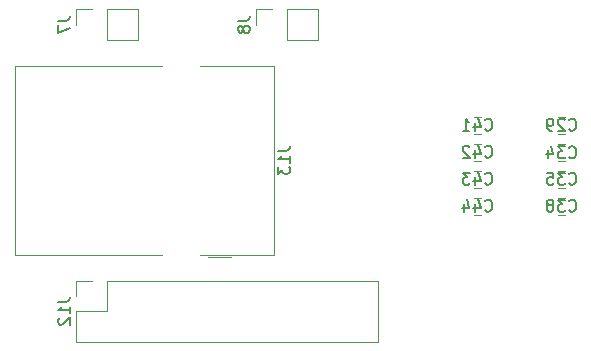
<source format=gbr>
G04 #@! TF.GenerationSoftware,KiCad,Pcbnew,(5.1.5)-3*
G04 #@! TF.CreationDate,2020-07-18T04:54:50-04:00*
G04 #@! TF.ProjectId,MONster64 - NetModule,4d4f4e73-7465-4723-9634-202d204e6574,rev?*
G04 #@! TF.SameCoordinates,Original*
G04 #@! TF.FileFunction,Legend,Bot*
G04 #@! TF.FilePolarity,Positive*
%FSLAX46Y46*%
G04 Gerber Fmt 4.6, Leading zero omitted, Abs format (unit mm)*
G04 Created by KiCad (PCBNEW (5.1.5)-3) date 2020-07-18 04:54:50*
%MOMM*%
%LPD*%
G04 APERTURE LIST*
%ADD10C,0.120000*%
%ADD11C,0.150000*%
G04 APERTURE END LIST*
D10*
X177172252Y-90539500D02*
X176649748Y-90539500D01*
X177172252Y-91959500D02*
X176649748Y-91959500D01*
X177172252Y-94245500D02*
X176649748Y-94245500D01*
X177172252Y-92825500D02*
X176649748Y-92825500D01*
X177172252Y-95111500D02*
X176649748Y-95111500D01*
X177172252Y-96531500D02*
X176649748Y-96531500D01*
X177172252Y-97397500D02*
X176649748Y-97397500D01*
X177172252Y-98817500D02*
X176649748Y-98817500D01*
X170060252Y-91959500D02*
X169537748Y-91959500D01*
X170060252Y-90539500D02*
X169537748Y-90539500D01*
X170060252Y-92825500D02*
X169537748Y-92825500D01*
X170060252Y-94245500D02*
X169537748Y-94245500D01*
X170060252Y-96531500D02*
X169537748Y-96531500D01*
X170060252Y-95111500D02*
X169537748Y-95111500D01*
X170060252Y-97397500D02*
X169537748Y-97397500D01*
X170060252Y-98817500D02*
X169537748Y-98817500D01*
X146265000Y-102209000D02*
X152545000Y-102209000D01*
X152545000Y-102209000D02*
X152545000Y-86259000D01*
X152545000Y-86259000D02*
X146265000Y-86259000D01*
X143065000Y-86259000D02*
X130625000Y-86259000D01*
X130625000Y-86259000D02*
X130625000Y-102209000D01*
X130625000Y-102209000D02*
X143065000Y-102209000D01*
X148955000Y-102409000D02*
X146955000Y-102409000D01*
X141030000Y-81410500D02*
X141030000Y-84070500D01*
X138430000Y-81410500D02*
X141030000Y-81410500D01*
X138430000Y-84070500D02*
X141030000Y-84070500D01*
X138430000Y-81410500D02*
X138430000Y-84070500D01*
X137160000Y-81410500D02*
X135830000Y-81410500D01*
X135830000Y-81410500D02*
X135830000Y-82740500D01*
X151070000Y-81410500D02*
X151070000Y-82740500D01*
X152400000Y-81410500D02*
X151070000Y-81410500D01*
X153670000Y-81410500D02*
X153670000Y-84070500D01*
X153670000Y-84070500D02*
X156270000Y-84070500D01*
X153670000Y-81410500D02*
X156270000Y-81410500D01*
X156270000Y-81410500D02*
X156270000Y-84070500D01*
X161350000Y-104397500D02*
X161350000Y-109597500D01*
X138430000Y-104397500D02*
X161350000Y-104397500D01*
X135830000Y-109597500D02*
X161350000Y-109597500D01*
X138430000Y-104397500D02*
X138430000Y-106997500D01*
X138430000Y-106997500D02*
X135830000Y-106997500D01*
X135830000Y-106997500D02*
X135830000Y-109597500D01*
X137160000Y-104397500D02*
X135830000Y-104397500D01*
X135830000Y-104397500D02*
X135830000Y-105727500D01*
D11*
X177553857Y-91606642D02*
X177601476Y-91654261D01*
X177744333Y-91701880D01*
X177839571Y-91701880D01*
X177982428Y-91654261D01*
X178077666Y-91559023D01*
X178125285Y-91463785D01*
X178172904Y-91273309D01*
X178172904Y-91130452D01*
X178125285Y-90939976D01*
X178077666Y-90844738D01*
X177982428Y-90749500D01*
X177839571Y-90701880D01*
X177744333Y-90701880D01*
X177601476Y-90749500D01*
X177553857Y-90797119D01*
X177172904Y-90797119D02*
X177125285Y-90749500D01*
X177030047Y-90701880D01*
X176791952Y-90701880D01*
X176696714Y-90749500D01*
X176649095Y-90797119D01*
X176601476Y-90892357D01*
X176601476Y-90987595D01*
X176649095Y-91130452D01*
X177220523Y-91701880D01*
X176601476Y-91701880D01*
X176125285Y-91701880D02*
X175934809Y-91701880D01*
X175839571Y-91654261D01*
X175791952Y-91606642D01*
X175696714Y-91463785D01*
X175649095Y-91273309D01*
X175649095Y-90892357D01*
X175696714Y-90797119D01*
X175744333Y-90749500D01*
X175839571Y-90701880D01*
X176030047Y-90701880D01*
X176125285Y-90749500D01*
X176172904Y-90797119D01*
X176220523Y-90892357D01*
X176220523Y-91130452D01*
X176172904Y-91225690D01*
X176125285Y-91273309D01*
X176030047Y-91320928D01*
X175839571Y-91320928D01*
X175744333Y-91273309D01*
X175696714Y-91225690D01*
X175649095Y-91130452D01*
X177553857Y-93956142D02*
X177601476Y-94003761D01*
X177744333Y-94051380D01*
X177839571Y-94051380D01*
X177982428Y-94003761D01*
X178077666Y-93908523D01*
X178125285Y-93813285D01*
X178172904Y-93622809D01*
X178172904Y-93479952D01*
X178125285Y-93289476D01*
X178077666Y-93194238D01*
X177982428Y-93099000D01*
X177839571Y-93051380D01*
X177744333Y-93051380D01*
X177601476Y-93099000D01*
X177553857Y-93146619D01*
X177220523Y-93051380D02*
X176601476Y-93051380D01*
X176934809Y-93432333D01*
X176791952Y-93432333D01*
X176696714Y-93479952D01*
X176649095Y-93527571D01*
X176601476Y-93622809D01*
X176601476Y-93860904D01*
X176649095Y-93956142D01*
X176696714Y-94003761D01*
X176791952Y-94051380D01*
X177077666Y-94051380D01*
X177172904Y-94003761D01*
X177220523Y-93956142D01*
X175744333Y-93384714D02*
X175744333Y-94051380D01*
X175982428Y-93003761D02*
X176220523Y-93718047D01*
X175601476Y-93718047D01*
X177553857Y-96178642D02*
X177601476Y-96226261D01*
X177744333Y-96273880D01*
X177839571Y-96273880D01*
X177982428Y-96226261D01*
X178077666Y-96131023D01*
X178125285Y-96035785D01*
X178172904Y-95845309D01*
X178172904Y-95702452D01*
X178125285Y-95511976D01*
X178077666Y-95416738D01*
X177982428Y-95321500D01*
X177839571Y-95273880D01*
X177744333Y-95273880D01*
X177601476Y-95321500D01*
X177553857Y-95369119D01*
X177220523Y-95273880D02*
X176601476Y-95273880D01*
X176934809Y-95654833D01*
X176791952Y-95654833D01*
X176696714Y-95702452D01*
X176649095Y-95750071D01*
X176601476Y-95845309D01*
X176601476Y-96083404D01*
X176649095Y-96178642D01*
X176696714Y-96226261D01*
X176791952Y-96273880D01*
X177077666Y-96273880D01*
X177172904Y-96226261D01*
X177220523Y-96178642D01*
X175696714Y-95273880D02*
X176172904Y-95273880D01*
X176220523Y-95750071D01*
X176172904Y-95702452D01*
X176077666Y-95654833D01*
X175839571Y-95654833D01*
X175744333Y-95702452D01*
X175696714Y-95750071D01*
X175649095Y-95845309D01*
X175649095Y-96083404D01*
X175696714Y-96178642D01*
X175744333Y-96226261D01*
X175839571Y-96273880D01*
X176077666Y-96273880D01*
X176172904Y-96226261D01*
X176220523Y-96178642D01*
X177553857Y-98464642D02*
X177601476Y-98512261D01*
X177744333Y-98559880D01*
X177839571Y-98559880D01*
X177982428Y-98512261D01*
X178077666Y-98417023D01*
X178125285Y-98321785D01*
X178172904Y-98131309D01*
X178172904Y-97988452D01*
X178125285Y-97797976D01*
X178077666Y-97702738D01*
X177982428Y-97607500D01*
X177839571Y-97559880D01*
X177744333Y-97559880D01*
X177601476Y-97607500D01*
X177553857Y-97655119D01*
X177220523Y-97559880D02*
X176601476Y-97559880D01*
X176934809Y-97940833D01*
X176791952Y-97940833D01*
X176696714Y-97988452D01*
X176649095Y-98036071D01*
X176601476Y-98131309D01*
X176601476Y-98369404D01*
X176649095Y-98464642D01*
X176696714Y-98512261D01*
X176791952Y-98559880D01*
X177077666Y-98559880D01*
X177172904Y-98512261D01*
X177220523Y-98464642D01*
X176030047Y-97988452D02*
X176125285Y-97940833D01*
X176172904Y-97893214D01*
X176220523Y-97797976D01*
X176220523Y-97750357D01*
X176172904Y-97655119D01*
X176125285Y-97607500D01*
X176030047Y-97559880D01*
X175839571Y-97559880D01*
X175744333Y-97607500D01*
X175696714Y-97655119D01*
X175649095Y-97750357D01*
X175649095Y-97797976D01*
X175696714Y-97893214D01*
X175744333Y-97940833D01*
X175839571Y-97988452D01*
X176030047Y-97988452D01*
X176125285Y-98036071D01*
X176172904Y-98083690D01*
X176220523Y-98178928D01*
X176220523Y-98369404D01*
X176172904Y-98464642D01*
X176125285Y-98512261D01*
X176030047Y-98559880D01*
X175839571Y-98559880D01*
X175744333Y-98512261D01*
X175696714Y-98464642D01*
X175649095Y-98369404D01*
X175649095Y-98178928D01*
X175696714Y-98083690D01*
X175744333Y-98036071D01*
X175839571Y-97988452D01*
X170441857Y-91606642D02*
X170489476Y-91654261D01*
X170632333Y-91701880D01*
X170727571Y-91701880D01*
X170870428Y-91654261D01*
X170965666Y-91559023D01*
X171013285Y-91463785D01*
X171060904Y-91273309D01*
X171060904Y-91130452D01*
X171013285Y-90939976D01*
X170965666Y-90844738D01*
X170870428Y-90749500D01*
X170727571Y-90701880D01*
X170632333Y-90701880D01*
X170489476Y-90749500D01*
X170441857Y-90797119D01*
X169584714Y-91035214D02*
X169584714Y-91701880D01*
X169822809Y-90654261D02*
X170060904Y-91368547D01*
X169441857Y-91368547D01*
X168537095Y-91701880D02*
X169108523Y-91701880D01*
X168822809Y-91701880D02*
X168822809Y-90701880D01*
X168918047Y-90844738D01*
X169013285Y-90939976D01*
X169108523Y-90987595D01*
X170441857Y-93892642D02*
X170489476Y-93940261D01*
X170632333Y-93987880D01*
X170727571Y-93987880D01*
X170870428Y-93940261D01*
X170965666Y-93845023D01*
X171013285Y-93749785D01*
X171060904Y-93559309D01*
X171060904Y-93416452D01*
X171013285Y-93225976D01*
X170965666Y-93130738D01*
X170870428Y-93035500D01*
X170727571Y-92987880D01*
X170632333Y-92987880D01*
X170489476Y-93035500D01*
X170441857Y-93083119D01*
X169584714Y-93321214D02*
X169584714Y-93987880D01*
X169822809Y-92940261D02*
X170060904Y-93654547D01*
X169441857Y-93654547D01*
X169108523Y-93083119D02*
X169060904Y-93035500D01*
X168965666Y-92987880D01*
X168727571Y-92987880D01*
X168632333Y-93035500D01*
X168584714Y-93083119D01*
X168537095Y-93178357D01*
X168537095Y-93273595D01*
X168584714Y-93416452D01*
X169156142Y-93987880D01*
X168537095Y-93987880D01*
X170441857Y-96178642D02*
X170489476Y-96226261D01*
X170632333Y-96273880D01*
X170727571Y-96273880D01*
X170870428Y-96226261D01*
X170965666Y-96131023D01*
X171013285Y-96035785D01*
X171060904Y-95845309D01*
X171060904Y-95702452D01*
X171013285Y-95511976D01*
X170965666Y-95416738D01*
X170870428Y-95321500D01*
X170727571Y-95273880D01*
X170632333Y-95273880D01*
X170489476Y-95321500D01*
X170441857Y-95369119D01*
X169584714Y-95607214D02*
X169584714Y-96273880D01*
X169822809Y-95226261D02*
X170060904Y-95940547D01*
X169441857Y-95940547D01*
X169156142Y-95273880D02*
X168537095Y-95273880D01*
X168870428Y-95654833D01*
X168727571Y-95654833D01*
X168632333Y-95702452D01*
X168584714Y-95750071D01*
X168537095Y-95845309D01*
X168537095Y-96083404D01*
X168584714Y-96178642D01*
X168632333Y-96226261D01*
X168727571Y-96273880D01*
X169013285Y-96273880D01*
X169108523Y-96226261D01*
X169156142Y-96178642D01*
X170441857Y-98464642D02*
X170489476Y-98512261D01*
X170632333Y-98559880D01*
X170727571Y-98559880D01*
X170870428Y-98512261D01*
X170965666Y-98417023D01*
X171013285Y-98321785D01*
X171060904Y-98131309D01*
X171060904Y-97988452D01*
X171013285Y-97797976D01*
X170965666Y-97702738D01*
X170870428Y-97607500D01*
X170727571Y-97559880D01*
X170632333Y-97559880D01*
X170489476Y-97607500D01*
X170441857Y-97655119D01*
X169584714Y-97893214D02*
X169584714Y-98559880D01*
X169822809Y-97512261D02*
X170060904Y-98226547D01*
X169441857Y-98226547D01*
X168632333Y-97893214D02*
X168632333Y-98559880D01*
X168870428Y-97512261D02*
X169108523Y-98226547D01*
X168489476Y-98226547D01*
X152897380Y-93424476D02*
X153611666Y-93424476D01*
X153754523Y-93376857D01*
X153849761Y-93281619D01*
X153897380Y-93138761D01*
X153897380Y-93043523D01*
X153897380Y-94424476D02*
X153897380Y-93853047D01*
X153897380Y-94138761D02*
X152897380Y-94138761D01*
X153040238Y-94043523D01*
X153135476Y-93948285D01*
X153183095Y-93853047D01*
X152897380Y-94757809D02*
X152897380Y-95376857D01*
X153278333Y-95043523D01*
X153278333Y-95186380D01*
X153325952Y-95281619D01*
X153373571Y-95329238D01*
X153468809Y-95376857D01*
X153706904Y-95376857D01*
X153802142Y-95329238D01*
X153849761Y-95281619D01*
X153897380Y-95186380D01*
X153897380Y-94900666D01*
X153849761Y-94805428D01*
X153802142Y-94757809D01*
X134282380Y-82407166D02*
X134996666Y-82407166D01*
X135139523Y-82359547D01*
X135234761Y-82264309D01*
X135282380Y-82121452D01*
X135282380Y-82026214D01*
X134282380Y-82788119D02*
X134282380Y-83454785D01*
X135282380Y-83026214D01*
X149522380Y-82407166D02*
X150236666Y-82407166D01*
X150379523Y-82359547D01*
X150474761Y-82264309D01*
X150522380Y-82121452D01*
X150522380Y-82026214D01*
X149950952Y-83026214D02*
X149903333Y-82930976D01*
X149855714Y-82883357D01*
X149760476Y-82835738D01*
X149712857Y-82835738D01*
X149617619Y-82883357D01*
X149570000Y-82930976D01*
X149522380Y-83026214D01*
X149522380Y-83216690D01*
X149570000Y-83311928D01*
X149617619Y-83359547D01*
X149712857Y-83407166D01*
X149760476Y-83407166D01*
X149855714Y-83359547D01*
X149903333Y-83311928D01*
X149950952Y-83216690D01*
X149950952Y-83026214D01*
X149998571Y-82930976D01*
X150046190Y-82883357D01*
X150141428Y-82835738D01*
X150331904Y-82835738D01*
X150427142Y-82883357D01*
X150474761Y-82930976D01*
X150522380Y-83026214D01*
X150522380Y-83216690D01*
X150474761Y-83311928D01*
X150427142Y-83359547D01*
X150331904Y-83407166D01*
X150141428Y-83407166D01*
X150046190Y-83359547D01*
X149998571Y-83311928D01*
X149950952Y-83216690D01*
X134282380Y-106187976D02*
X134996666Y-106187976D01*
X135139523Y-106140357D01*
X135234761Y-106045119D01*
X135282380Y-105902261D01*
X135282380Y-105807023D01*
X135282380Y-107187976D02*
X135282380Y-106616547D01*
X135282380Y-106902261D02*
X134282380Y-106902261D01*
X134425238Y-106807023D01*
X134520476Y-106711785D01*
X134568095Y-106616547D01*
X134377619Y-107568928D02*
X134330000Y-107616547D01*
X134282380Y-107711785D01*
X134282380Y-107949880D01*
X134330000Y-108045119D01*
X134377619Y-108092738D01*
X134472857Y-108140357D01*
X134568095Y-108140357D01*
X134710952Y-108092738D01*
X135282380Y-107521309D01*
X135282380Y-108140357D01*
M02*

</source>
